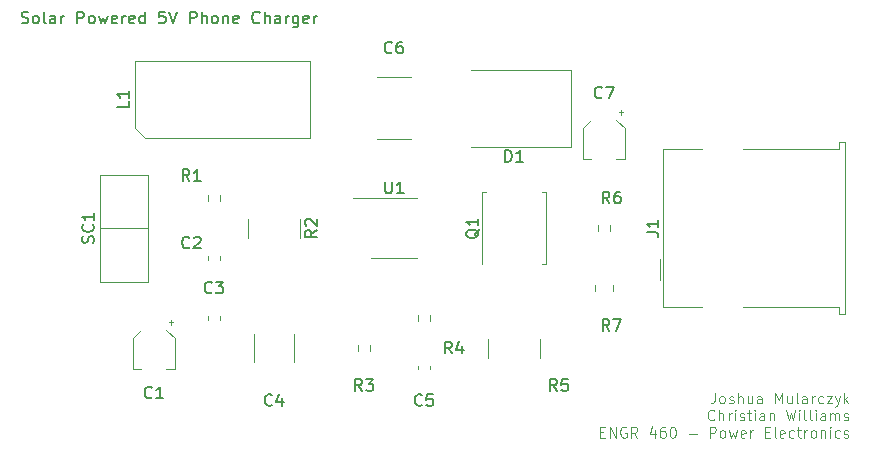
<source format=gbr>
%TF.GenerationSoftware,KiCad,Pcbnew,(6.0.4)*%
%TF.CreationDate,2022-04-27T00:59:47-07:00*%
%TF.ProjectId,SolarChargerV2,536f6c61-7243-4686-9172-67657256322e,rev?*%
%TF.SameCoordinates,Original*%
%TF.FileFunction,Legend,Top*%
%TF.FilePolarity,Positive*%
%FSLAX46Y46*%
G04 Gerber Fmt 4.6, Leading zero omitted, Abs format (unit mm)*
G04 Created by KiCad (PCBNEW (6.0.4)) date 2022-04-27 00:59:47*
%MOMM*%
%LPD*%
G01*
G04 APERTURE LIST*
%ADD10C,0.150000*%
%ADD11C,0.125000*%
%ADD12C,0.120000*%
G04 APERTURE END LIST*
D10*
X95473809Y-53744761D02*
X95616666Y-53792380D01*
X95854761Y-53792380D01*
X95950000Y-53744761D01*
X95997619Y-53697142D01*
X96045238Y-53601904D01*
X96045238Y-53506666D01*
X95997619Y-53411428D01*
X95950000Y-53363809D01*
X95854761Y-53316190D01*
X95664285Y-53268571D01*
X95569047Y-53220952D01*
X95521428Y-53173333D01*
X95473809Y-53078095D01*
X95473809Y-52982857D01*
X95521428Y-52887619D01*
X95569047Y-52840000D01*
X95664285Y-52792380D01*
X95902380Y-52792380D01*
X96045238Y-52840000D01*
X96616666Y-53792380D02*
X96521428Y-53744761D01*
X96473809Y-53697142D01*
X96426190Y-53601904D01*
X96426190Y-53316190D01*
X96473809Y-53220952D01*
X96521428Y-53173333D01*
X96616666Y-53125714D01*
X96759523Y-53125714D01*
X96854761Y-53173333D01*
X96902380Y-53220952D01*
X96950000Y-53316190D01*
X96950000Y-53601904D01*
X96902380Y-53697142D01*
X96854761Y-53744761D01*
X96759523Y-53792380D01*
X96616666Y-53792380D01*
X97521428Y-53792380D02*
X97426190Y-53744761D01*
X97378571Y-53649523D01*
X97378571Y-52792380D01*
X98330952Y-53792380D02*
X98330952Y-53268571D01*
X98283333Y-53173333D01*
X98188095Y-53125714D01*
X97997619Y-53125714D01*
X97902380Y-53173333D01*
X98330952Y-53744761D02*
X98235714Y-53792380D01*
X97997619Y-53792380D01*
X97902380Y-53744761D01*
X97854761Y-53649523D01*
X97854761Y-53554285D01*
X97902380Y-53459047D01*
X97997619Y-53411428D01*
X98235714Y-53411428D01*
X98330952Y-53363809D01*
X98807142Y-53792380D02*
X98807142Y-53125714D01*
X98807142Y-53316190D02*
X98854761Y-53220952D01*
X98902380Y-53173333D01*
X98997619Y-53125714D01*
X99092857Y-53125714D01*
X100188095Y-53792380D02*
X100188095Y-52792380D01*
X100569047Y-52792380D01*
X100664285Y-52840000D01*
X100711904Y-52887619D01*
X100759523Y-52982857D01*
X100759523Y-53125714D01*
X100711904Y-53220952D01*
X100664285Y-53268571D01*
X100569047Y-53316190D01*
X100188095Y-53316190D01*
X101330952Y-53792380D02*
X101235714Y-53744761D01*
X101188095Y-53697142D01*
X101140476Y-53601904D01*
X101140476Y-53316190D01*
X101188095Y-53220952D01*
X101235714Y-53173333D01*
X101330952Y-53125714D01*
X101473809Y-53125714D01*
X101569047Y-53173333D01*
X101616666Y-53220952D01*
X101664285Y-53316190D01*
X101664285Y-53601904D01*
X101616666Y-53697142D01*
X101569047Y-53744761D01*
X101473809Y-53792380D01*
X101330952Y-53792380D01*
X101997619Y-53125714D02*
X102188095Y-53792380D01*
X102378571Y-53316190D01*
X102569047Y-53792380D01*
X102759523Y-53125714D01*
X103521428Y-53744761D02*
X103426190Y-53792380D01*
X103235714Y-53792380D01*
X103140476Y-53744761D01*
X103092857Y-53649523D01*
X103092857Y-53268571D01*
X103140476Y-53173333D01*
X103235714Y-53125714D01*
X103426190Y-53125714D01*
X103521428Y-53173333D01*
X103569047Y-53268571D01*
X103569047Y-53363809D01*
X103092857Y-53459047D01*
X103997619Y-53792380D02*
X103997619Y-53125714D01*
X103997619Y-53316190D02*
X104045238Y-53220952D01*
X104092857Y-53173333D01*
X104188095Y-53125714D01*
X104283333Y-53125714D01*
X104997619Y-53744761D02*
X104902380Y-53792380D01*
X104711904Y-53792380D01*
X104616666Y-53744761D01*
X104569047Y-53649523D01*
X104569047Y-53268571D01*
X104616666Y-53173333D01*
X104711904Y-53125714D01*
X104902380Y-53125714D01*
X104997619Y-53173333D01*
X105045238Y-53268571D01*
X105045238Y-53363809D01*
X104569047Y-53459047D01*
X105902380Y-53792380D02*
X105902380Y-52792380D01*
X105902380Y-53744761D02*
X105807142Y-53792380D01*
X105616666Y-53792380D01*
X105521428Y-53744761D01*
X105473809Y-53697142D01*
X105426190Y-53601904D01*
X105426190Y-53316190D01*
X105473809Y-53220952D01*
X105521428Y-53173333D01*
X105616666Y-53125714D01*
X105807142Y-53125714D01*
X105902380Y-53173333D01*
X107616666Y-52792380D02*
X107140476Y-52792380D01*
X107092857Y-53268571D01*
X107140476Y-53220952D01*
X107235714Y-53173333D01*
X107473809Y-53173333D01*
X107569047Y-53220952D01*
X107616666Y-53268571D01*
X107664285Y-53363809D01*
X107664285Y-53601904D01*
X107616666Y-53697142D01*
X107569047Y-53744761D01*
X107473809Y-53792380D01*
X107235714Y-53792380D01*
X107140476Y-53744761D01*
X107092857Y-53697142D01*
X107950000Y-52792380D02*
X108283333Y-53792380D01*
X108616666Y-52792380D01*
X109711904Y-53792380D02*
X109711904Y-52792380D01*
X110092857Y-52792380D01*
X110188095Y-52840000D01*
X110235714Y-52887619D01*
X110283333Y-52982857D01*
X110283333Y-53125714D01*
X110235714Y-53220952D01*
X110188095Y-53268571D01*
X110092857Y-53316190D01*
X109711904Y-53316190D01*
X110711904Y-53792380D02*
X110711904Y-52792380D01*
X111140476Y-53792380D02*
X111140476Y-53268571D01*
X111092857Y-53173333D01*
X110997619Y-53125714D01*
X110854761Y-53125714D01*
X110759523Y-53173333D01*
X110711904Y-53220952D01*
X111759523Y-53792380D02*
X111664285Y-53744761D01*
X111616666Y-53697142D01*
X111569047Y-53601904D01*
X111569047Y-53316190D01*
X111616666Y-53220952D01*
X111664285Y-53173333D01*
X111759523Y-53125714D01*
X111902380Y-53125714D01*
X111997619Y-53173333D01*
X112045238Y-53220952D01*
X112092857Y-53316190D01*
X112092857Y-53601904D01*
X112045238Y-53697142D01*
X111997619Y-53744761D01*
X111902380Y-53792380D01*
X111759523Y-53792380D01*
X112521428Y-53125714D02*
X112521428Y-53792380D01*
X112521428Y-53220952D02*
X112569047Y-53173333D01*
X112664285Y-53125714D01*
X112807142Y-53125714D01*
X112902380Y-53173333D01*
X112950000Y-53268571D01*
X112950000Y-53792380D01*
X113807142Y-53744761D02*
X113711904Y-53792380D01*
X113521428Y-53792380D01*
X113426190Y-53744761D01*
X113378571Y-53649523D01*
X113378571Y-53268571D01*
X113426190Y-53173333D01*
X113521428Y-53125714D01*
X113711904Y-53125714D01*
X113807142Y-53173333D01*
X113854761Y-53268571D01*
X113854761Y-53363809D01*
X113378571Y-53459047D01*
X115616666Y-53697142D02*
X115569047Y-53744761D01*
X115426190Y-53792380D01*
X115330952Y-53792380D01*
X115188095Y-53744761D01*
X115092857Y-53649523D01*
X115045238Y-53554285D01*
X114997619Y-53363809D01*
X114997619Y-53220952D01*
X115045238Y-53030476D01*
X115092857Y-52935238D01*
X115188095Y-52840000D01*
X115330952Y-52792380D01*
X115426190Y-52792380D01*
X115569047Y-52840000D01*
X115616666Y-52887619D01*
X116045238Y-53792380D02*
X116045238Y-52792380D01*
X116473809Y-53792380D02*
X116473809Y-53268571D01*
X116426190Y-53173333D01*
X116330952Y-53125714D01*
X116188095Y-53125714D01*
X116092857Y-53173333D01*
X116045238Y-53220952D01*
X117378571Y-53792380D02*
X117378571Y-53268571D01*
X117330952Y-53173333D01*
X117235714Y-53125714D01*
X117045238Y-53125714D01*
X116949999Y-53173333D01*
X117378571Y-53744761D02*
X117283333Y-53792380D01*
X117045238Y-53792380D01*
X116949999Y-53744761D01*
X116902380Y-53649523D01*
X116902380Y-53554285D01*
X116949999Y-53459047D01*
X117045238Y-53411428D01*
X117283333Y-53411428D01*
X117378571Y-53363809D01*
X117854761Y-53792380D02*
X117854761Y-53125714D01*
X117854761Y-53316190D02*
X117902380Y-53220952D01*
X117949999Y-53173333D01*
X118045238Y-53125714D01*
X118140476Y-53125714D01*
X118902380Y-53125714D02*
X118902380Y-53935238D01*
X118854761Y-54030476D01*
X118807142Y-54078095D01*
X118711904Y-54125714D01*
X118569047Y-54125714D01*
X118473809Y-54078095D01*
X118902380Y-53744761D02*
X118807142Y-53792380D01*
X118616666Y-53792380D01*
X118521428Y-53744761D01*
X118473809Y-53697142D01*
X118426190Y-53601904D01*
X118426190Y-53316190D01*
X118473809Y-53220952D01*
X118521428Y-53173333D01*
X118616666Y-53125714D01*
X118807142Y-53125714D01*
X118902380Y-53173333D01*
X119759523Y-53744761D02*
X119664285Y-53792380D01*
X119473809Y-53792380D01*
X119378571Y-53744761D01*
X119330952Y-53649523D01*
X119330952Y-53268571D01*
X119378571Y-53173333D01*
X119473809Y-53125714D01*
X119664285Y-53125714D01*
X119759523Y-53173333D01*
X119807142Y-53268571D01*
X119807142Y-53363809D01*
X119330952Y-53459047D01*
X120235714Y-53792380D02*
X120235714Y-53125714D01*
X120235714Y-53316190D02*
X120283333Y-53220952D01*
X120330952Y-53173333D01*
X120426190Y-53125714D01*
X120521428Y-53125714D01*
D11*
X154168035Y-85053142D02*
X154168035Y-85696000D01*
X154125178Y-85824571D01*
X154039464Y-85910285D01*
X153910892Y-85953142D01*
X153825178Y-85953142D01*
X154725178Y-85953142D02*
X154639464Y-85910285D01*
X154596607Y-85867428D01*
X154553750Y-85781714D01*
X154553750Y-85524571D01*
X154596607Y-85438857D01*
X154639464Y-85396000D01*
X154725178Y-85353142D01*
X154853750Y-85353142D01*
X154939464Y-85396000D01*
X154982321Y-85438857D01*
X155025178Y-85524571D01*
X155025178Y-85781714D01*
X154982321Y-85867428D01*
X154939464Y-85910285D01*
X154853750Y-85953142D01*
X154725178Y-85953142D01*
X155368035Y-85910285D02*
X155453750Y-85953142D01*
X155625178Y-85953142D01*
X155710892Y-85910285D01*
X155753750Y-85824571D01*
X155753750Y-85781714D01*
X155710892Y-85696000D01*
X155625178Y-85653142D01*
X155496607Y-85653142D01*
X155410892Y-85610285D01*
X155368035Y-85524571D01*
X155368035Y-85481714D01*
X155410892Y-85396000D01*
X155496607Y-85353142D01*
X155625178Y-85353142D01*
X155710892Y-85396000D01*
X156139464Y-85953142D02*
X156139464Y-85053142D01*
X156525178Y-85953142D02*
X156525178Y-85481714D01*
X156482321Y-85396000D01*
X156396607Y-85353142D01*
X156268035Y-85353142D01*
X156182321Y-85396000D01*
X156139464Y-85438857D01*
X157339464Y-85353142D02*
X157339464Y-85953142D01*
X156953750Y-85353142D02*
X156953750Y-85824571D01*
X156996607Y-85910285D01*
X157082321Y-85953142D01*
X157210892Y-85953142D01*
X157296607Y-85910285D01*
X157339464Y-85867428D01*
X158153750Y-85953142D02*
X158153750Y-85481714D01*
X158110892Y-85396000D01*
X158025178Y-85353142D01*
X157853750Y-85353142D01*
X157768035Y-85396000D01*
X158153750Y-85910285D02*
X158068035Y-85953142D01*
X157853750Y-85953142D01*
X157768035Y-85910285D01*
X157725178Y-85824571D01*
X157725178Y-85738857D01*
X157768035Y-85653142D01*
X157853750Y-85610285D01*
X158068035Y-85610285D01*
X158153750Y-85567428D01*
X159268035Y-85953142D02*
X159268035Y-85053142D01*
X159568035Y-85696000D01*
X159868035Y-85053142D01*
X159868035Y-85953142D01*
X160682321Y-85353142D02*
X160682321Y-85953142D01*
X160296607Y-85353142D02*
X160296607Y-85824571D01*
X160339464Y-85910285D01*
X160425178Y-85953142D01*
X160553750Y-85953142D01*
X160639464Y-85910285D01*
X160682321Y-85867428D01*
X161239464Y-85953142D02*
X161153750Y-85910285D01*
X161110892Y-85824571D01*
X161110892Y-85053142D01*
X161968035Y-85953142D02*
X161968035Y-85481714D01*
X161925178Y-85396000D01*
X161839464Y-85353142D01*
X161668035Y-85353142D01*
X161582321Y-85396000D01*
X161968035Y-85910285D02*
X161882321Y-85953142D01*
X161668035Y-85953142D01*
X161582321Y-85910285D01*
X161539464Y-85824571D01*
X161539464Y-85738857D01*
X161582321Y-85653142D01*
X161668035Y-85610285D01*
X161882321Y-85610285D01*
X161968035Y-85567428D01*
X162396607Y-85953142D02*
X162396607Y-85353142D01*
X162396607Y-85524571D02*
X162439464Y-85438857D01*
X162482321Y-85396000D01*
X162568035Y-85353142D01*
X162653750Y-85353142D01*
X163339464Y-85910285D02*
X163253750Y-85953142D01*
X163082321Y-85953142D01*
X162996607Y-85910285D01*
X162953750Y-85867428D01*
X162910892Y-85781714D01*
X162910892Y-85524571D01*
X162953750Y-85438857D01*
X162996607Y-85396000D01*
X163082321Y-85353142D01*
X163253750Y-85353142D01*
X163339464Y-85396000D01*
X163639464Y-85353142D02*
X164110892Y-85353142D01*
X163639464Y-85953142D01*
X164110892Y-85953142D01*
X164368035Y-85353142D02*
X164582321Y-85953142D01*
X164796607Y-85353142D02*
X164582321Y-85953142D01*
X164496607Y-86167428D01*
X164453750Y-86210285D01*
X164368035Y-86253142D01*
X165139464Y-85953142D02*
X165139464Y-85053142D01*
X165225178Y-85610285D02*
X165482321Y-85953142D01*
X165482321Y-85353142D02*
X165139464Y-85696000D01*
X154125178Y-87316428D02*
X154082321Y-87359285D01*
X153953750Y-87402142D01*
X153868035Y-87402142D01*
X153739464Y-87359285D01*
X153653750Y-87273571D01*
X153610892Y-87187857D01*
X153568035Y-87016428D01*
X153568035Y-86887857D01*
X153610892Y-86716428D01*
X153653750Y-86630714D01*
X153739464Y-86545000D01*
X153868035Y-86502142D01*
X153953750Y-86502142D01*
X154082321Y-86545000D01*
X154125178Y-86587857D01*
X154510892Y-87402142D02*
X154510892Y-86502142D01*
X154896607Y-87402142D02*
X154896607Y-86930714D01*
X154853750Y-86845000D01*
X154768035Y-86802142D01*
X154639464Y-86802142D01*
X154553750Y-86845000D01*
X154510892Y-86887857D01*
X155325178Y-87402142D02*
X155325178Y-86802142D01*
X155325178Y-86973571D02*
X155368035Y-86887857D01*
X155410892Y-86845000D01*
X155496607Y-86802142D01*
X155582321Y-86802142D01*
X155882321Y-87402142D02*
X155882321Y-86802142D01*
X155882321Y-86502142D02*
X155839464Y-86545000D01*
X155882321Y-86587857D01*
X155925178Y-86545000D01*
X155882321Y-86502142D01*
X155882321Y-86587857D01*
X156268035Y-87359285D02*
X156353750Y-87402142D01*
X156525178Y-87402142D01*
X156610892Y-87359285D01*
X156653750Y-87273571D01*
X156653750Y-87230714D01*
X156610892Y-87145000D01*
X156525178Y-87102142D01*
X156396607Y-87102142D01*
X156310892Y-87059285D01*
X156268035Y-86973571D01*
X156268035Y-86930714D01*
X156310892Y-86845000D01*
X156396607Y-86802142D01*
X156525178Y-86802142D01*
X156610892Y-86845000D01*
X156910892Y-86802142D02*
X157253750Y-86802142D01*
X157039464Y-86502142D02*
X157039464Y-87273571D01*
X157082321Y-87359285D01*
X157168035Y-87402142D01*
X157253750Y-87402142D01*
X157553750Y-87402142D02*
X157553750Y-86802142D01*
X157553750Y-86502142D02*
X157510892Y-86545000D01*
X157553750Y-86587857D01*
X157596607Y-86545000D01*
X157553750Y-86502142D01*
X157553750Y-86587857D01*
X158368035Y-87402142D02*
X158368035Y-86930714D01*
X158325178Y-86845000D01*
X158239464Y-86802142D01*
X158068035Y-86802142D01*
X157982321Y-86845000D01*
X158368035Y-87359285D02*
X158282321Y-87402142D01*
X158068035Y-87402142D01*
X157982321Y-87359285D01*
X157939464Y-87273571D01*
X157939464Y-87187857D01*
X157982321Y-87102142D01*
X158068035Y-87059285D01*
X158282321Y-87059285D01*
X158368035Y-87016428D01*
X158796607Y-86802142D02*
X158796607Y-87402142D01*
X158796607Y-86887857D02*
X158839464Y-86845000D01*
X158925178Y-86802142D01*
X159053750Y-86802142D01*
X159139464Y-86845000D01*
X159182321Y-86930714D01*
X159182321Y-87402142D01*
X160210892Y-86502142D02*
X160425178Y-87402142D01*
X160596607Y-86759285D01*
X160768035Y-87402142D01*
X160982321Y-86502142D01*
X161325178Y-87402142D02*
X161325178Y-86802142D01*
X161325178Y-86502142D02*
X161282321Y-86545000D01*
X161325178Y-86587857D01*
X161368035Y-86545000D01*
X161325178Y-86502142D01*
X161325178Y-86587857D01*
X161882321Y-87402142D02*
X161796607Y-87359285D01*
X161753750Y-87273571D01*
X161753750Y-86502142D01*
X162353750Y-87402142D02*
X162268035Y-87359285D01*
X162225178Y-87273571D01*
X162225178Y-86502142D01*
X162696607Y-87402142D02*
X162696607Y-86802142D01*
X162696607Y-86502142D02*
X162653750Y-86545000D01*
X162696607Y-86587857D01*
X162739464Y-86545000D01*
X162696607Y-86502142D01*
X162696607Y-86587857D01*
X163510892Y-87402142D02*
X163510892Y-86930714D01*
X163468035Y-86845000D01*
X163382321Y-86802142D01*
X163210892Y-86802142D01*
X163125178Y-86845000D01*
X163510892Y-87359285D02*
X163425178Y-87402142D01*
X163210892Y-87402142D01*
X163125178Y-87359285D01*
X163082321Y-87273571D01*
X163082321Y-87187857D01*
X163125178Y-87102142D01*
X163210892Y-87059285D01*
X163425178Y-87059285D01*
X163510892Y-87016428D01*
X163939464Y-87402142D02*
X163939464Y-86802142D01*
X163939464Y-86887857D02*
X163982321Y-86845000D01*
X164068035Y-86802142D01*
X164196607Y-86802142D01*
X164282321Y-86845000D01*
X164325178Y-86930714D01*
X164325178Y-87402142D01*
X164325178Y-86930714D02*
X164368035Y-86845000D01*
X164453750Y-86802142D01*
X164582321Y-86802142D01*
X164668035Y-86845000D01*
X164710892Y-86930714D01*
X164710892Y-87402142D01*
X165096607Y-87359285D02*
X165182321Y-87402142D01*
X165353750Y-87402142D01*
X165439464Y-87359285D01*
X165482321Y-87273571D01*
X165482321Y-87230714D01*
X165439464Y-87145000D01*
X165353750Y-87102142D01*
X165225178Y-87102142D01*
X165139464Y-87059285D01*
X165096607Y-86973571D01*
X165096607Y-86930714D01*
X165139464Y-86845000D01*
X165225178Y-86802142D01*
X165353750Y-86802142D01*
X165439464Y-86845000D01*
X144439464Y-88379714D02*
X144739464Y-88379714D01*
X144868035Y-88851142D02*
X144439464Y-88851142D01*
X144439464Y-87951142D01*
X144868035Y-87951142D01*
X145253750Y-88851142D02*
X145253750Y-87951142D01*
X145768035Y-88851142D01*
X145768035Y-87951142D01*
X146668035Y-87994000D02*
X146582321Y-87951142D01*
X146453750Y-87951142D01*
X146325178Y-87994000D01*
X146239464Y-88079714D01*
X146196607Y-88165428D01*
X146153750Y-88336857D01*
X146153750Y-88465428D01*
X146196607Y-88636857D01*
X146239464Y-88722571D01*
X146325178Y-88808285D01*
X146453750Y-88851142D01*
X146539464Y-88851142D01*
X146668035Y-88808285D01*
X146710892Y-88765428D01*
X146710892Y-88465428D01*
X146539464Y-88465428D01*
X147610892Y-88851142D02*
X147310892Y-88422571D01*
X147096607Y-88851142D02*
X147096607Y-87951142D01*
X147439464Y-87951142D01*
X147525178Y-87994000D01*
X147568035Y-88036857D01*
X147610892Y-88122571D01*
X147610892Y-88251142D01*
X147568035Y-88336857D01*
X147525178Y-88379714D01*
X147439464Y-88422571D01*
X147096607Y-88422571D01*
X149068035Y-88251142D02*
X149068035Y-88851142D01*
X148853750Y-87908285D02*
X148639464Y-88551142D01*
X149196607Y-88551142D01*
X149925178Y-87951142D02*
X149753750Y-87951142D01*
X149668035Y-87994000D01*
X149625178Y-88036857D01*
X149539464Y-88165428D01*
X149496607Y-88336857D01*
X149496607Y-88679714D01*
X149539464Y-88765428D01*
X149582321Y-88808285D01*
X149668035Y-88851142D01*
X149839464Y-88851142D01*
X149925178Y-88808285D01*
X149968035Y-88765428D01*
X150010892Y-88679714D01*
X150010892Y-88465428D01*
X149968035Y-88379714D01*
X149925178Y-88336857D01*
X149839464Y-88294000D01*
X149668035Y-88294000D01*
X149582321Y-88336857D01*
X149539464Y-88379714D01*
X149496607Y-88465428D01*
X150568035Y-87951142D02*
X150653750Y-87951142D01*
X150739464Y-87994000D01*
X150782321Y-88036857D01*
X150825178Y-88122571D01*
X150868035Y-88294000D01*
X150868035Y-88508285D01*
X150825178Y-88679714D01*
X150782321Y-88765428D01*
X150739464Y-88808285D01*
X150653750Y-88851142D01*
X150568035Y-88851142D01*
X150482321Y-88808285D01*
X150439464Y-88765428D01*
X150396607Y-88679714D01*
X150353750Y-88508285D01*
X150353750Y-88294000D01*
X150396607Y-88122571D01*
X150439464Y-88036857D01*
X150482321Y-87994000D01*
X150568035Y-87951142D01*
X151939464Y-88508285D02*
X152625178Y-88508285D01*
X153739464Y-88851142D02*
X153739464Y-87951142D01*
X154082321Y-87951142D01*
X154168035Y-87994000D01*
X154210892Y-88036857D01*
X154253750Y-88122571D01*
X154253750Y-88251142D01*
X154210892Y-88336857D01*
X154168035Y-88379714D01*
X154082321Y-88422571D01*
X153739464Y-88422571D01*
X154768035Y-88851142D02*
X154682321Y-88808285D01*
X154639464Y-88765428D01*
X154596607Y-88679714D01*
X154596607Y-88422571D01*
X154639464Y-88336857D01*
X154682321Y-88294000D01*
X154768035Y-88251142D01*
X154896607Y-88251142D01*
X154982321Y-88294000D01*
X155025178Y-88336857D01*
X155068035Y-88422571D01*
X155068035Y-88679714D01*
X155025178Y-88765428D01*
X154982321Y-88808285D01*
X154896607Y-88851142D01*
X154768035Y-88851142D01*
X155368035Y-88251142D02*
X155539464Y-88851142D01*
X155710892Y-88422571D01*
X155882321Y-88851142D01*
X156053750Y-88251142D01*
X156739464Y-88808285D02*
X156653750Y-88851142D01*
X156482321Y-88851142D01*
X156396607Y-88808285D01*
X156353750Y-88722571D01*
X156353750Y-88379714D01*
X156396607Y-88294000D01*
X156482321Y-88251142D01*
X156653750Y-88251142D01*
X156739464Y-88294000D01*
X156782321Y-88379714D01*
X156782321Y-88465428D01*
X156353750Y-88551142D01*
X157168035Y-88851142D02*
X157168035Y-88251142D01*
X157168035Y-88422571D02*
X157210892Y-88336857D01*
X157253750Y-88294000D01*
X157339464Y-88251142D01*
X157425178Y-88251142D01*
X158410892Y-88379714D02*
X158710892Y-88379714D01*
X158839464Y-88851142D02*
X158410892Y-88851142D01*
X158410892Y-87951142D01*
X158839464Y-87951142D01*
X159353750Y-88851142D02*
X159268035Y-88808285D01*
X159225178Y-88722571D01*
X159225178Y-87951142D01*
X160039464Y-88808285D02*
X159953750Y-88851142D01*
X159782321Y-88851142D01*
X159696607Y-88808285D01*
X159653750Y-88722571D01*
X159653750Y-88379714D01*
X159696607Y-88294000D01*
X159782321Y-88251142D01*
X159953750Y-88251142D01*
X160039464Y-88294000D01*
X160082321Y-88379714D01*
X160082321Y-88465428D01*
X159653750Y-88551142D01*
X160853750Y-88808285D02*
X160768035Y-88851142D01*
X160596607Y-88851142D01*
X160510892Y-88808285D01*
X160468035Y-88765428D01*
X160425178Y-88679714D01*
X160425178Y-88422571D01*
X160468035Y-88336857D01*
X160510892Y-88294000D01*
X160596607Y-88251142D01*
X160768035Y-88251142D01*
X160853750Y-88294000D01*
X161110892Y-88251142D02*
X161453750Y-88251142D01*
X161239464Y-87951142D02*
X161239464Y-88722571D01*
X161282321Y-88808285D01*
X161368035Y-88851142D01*
X161453750Y-88851142D01*
X161753750Y-88851142D02*
X161753750Y-88251142D01*
X161753750Y-88422571D02*
X161796607Y-88336857D01*
X161839464Y-88294000D01*
X161925178Y-88251142D01*
X162010892Y-88251142D01*
X162439464Y-88851142D02*
X162353750Y-88808285D01*
X162310892Y-88765428D01*
X162268035Y-88679714D01*
X162268035Y-88422571D01*
X162310892Y-88336857D01*
X162353750Y-88294000D01*
X162439464Y-88251142D01*
X162568035Y-88251142D01*
X162653750Y-88294000D01*
X162696607Y-88336857D01*
X162739464Y-88422571D01*
X162739464Y-88679714D01*
X162696607Y-88765428D01*
X162653750Y-88808285D01*
X162568035Y-88851142D01*
X162439464Y-88851142D01*
X163125178Y-88251142D02*
X163125178Y-88851142D01*
X163125178Y-88336857D02*
X163168035Y-88294000D01*
X163253750Y-88251142D01*
X163382321Y-88251142D01*
X163468035Y-88294000D01*
X163510892Y-88379714D01*
X163510892Y-88851142D01*
X163939464Y-88851142D02*
X163939464Y-88251142D01*
X163939464Y-87951142D02*
X163896607Y-87994000D01*
X163939464Y-88036857D01*
X163982321Y-87994000D01*
X163939464Y-87951142D01*
X163939464Y-88036857D01*
X164753750Y-88808285D02*
X164668035Y-88851142D01*
X164496607Y-88851142D01*
X164410892Y-88808285D01*
X164368035Y-88765428D01*
X164325178Y-88679714D01*
X164325178Y-88422571D01*
X164368035Y-88336857D01*
X164410892Y-88294000D01*
X164496607Y-88251142D01*
X164668035Y-88251142D01*
X164753750Y-88294000D01*
X165096607Y-88808285D02*
X165182321Y-88851142D01*
X165353750Y-88851142D01*
X165439464Y-88808285D01*
X165482321Y-88722571D01*
X165482321Y-88679714D01*
X165439464Y-88594000D01*
X165353750Y-88551142D01*
X165225178Y-88551142D01*
X165139464Y-88508285D01*
X165096607Y-88422571D01*
X165096607Y-88379714D01*
X165139464Y-88294000D01*
X165225178Y-88251142D01*
X165353750Y-88251142D01*
X165439464Y-88294000D01*
D10*
%TO.C,D1*%
X136421904Y-65512380D02*
X136421904Y-64512380D01*
X136660000Y-64512380D01*
X136802857Y-64560000D01*
X136898095Y-64655238D01*
X136945714Y-64750476D01*
X136993333Y-64940952D01*
X136993333Y-65083809D01*
X136945714Y-65274285D01*
X136898095Y-65369523D01*
X136802857Y-65464761D01*
X136660000Y-65512380D01*
X136421904Y-65512380D01*
X137945714Y-65512380D02*
X137374285Y-65512380D01*
X137660000Y-65512380D02*
X137660000Y-64512380D01*
X137564761Y-64655238D01*
X137469523Y-64750476D01*
X137374285Y-64798095D01*
%TO.C,SC1*%
X101544761Y-72381904D02*
X101592380Y-72239047D01*
X101592380Y-72000952D01*
X101544761Y-71905714D01*
X101497142Y-71858095D01*
X101401904Y-71810476D01*
X101306666Y-71810476D01*
X101211428Y-71858095D01*
X101163809Y-71905714D01*
X101116190Y-72000952D01*
X101068571Y-72191428D01*
X101020952Y-72286666D01*
X100973333Y-72334285D01*
X100878095Y-72381904D01*
X100782857Y-72381904D01*
X100687619Y-72334285D01*
X100640000Y-72286666D01*
X100592380Y-72191428D01*
X100592380Y-71953333D01*
X100640000Y-71810476D01*
X101497142Y-70810476D02*
X101544761Y-70858095D01*
X101592380Y-71000952D01*
X101592380Y-71096190D01*
X101544761Y-71239047D01*
X101449523Y-71334285D01*
X101354285Y-71381904D01*
X101163809Y-71429523D01*
X101020952Y-71429523D01*
X100830476Y-71381904D01*
X100735238Y-71334285D01*
X100640000Y-71239047D01*
X100592380Y-71096190D01*
X100592380Y-71000952D01*
X100640000Y-70858095D01*
X100687619Y-70810476D01*
X101592380Y-69858095D02*
X101592380Y-70429523D01*
X101592380Y-70143809D02*
X100592380Y-70143809D01*
X100735238Y-70239047D01*
X100830476Y-70334285D01*
X100878095Y-70429523D01*
%TO.C,U1*%
X126238095Y-67172380D02*
X126238095Y-67981904D01*
X126285714Y-68077142D01*
X126333333Y-68124761D01*
X126428571Y-68172380D01*
X126619047Y-68172380D01*
X126714285Y-68124761D01*
X126761904Y-68077142D01*
X126809523Y-67981904D01*
X126809523Y-67172380D01*
X127809523Y-68172380D02*
X127238095Y-68172380D01*
X127523809Y-68172380D02*
X127523809Y-67172380D01*
X127428571Y-67315238D01*
X127333333Y-67410476D01*
X127238095Y-67458095D01*
%TO.C,L1*%
X104552380Y-60366666D02*
X104552380Y-60842857D01*
X103552380Y-60842857D01*
X104552380Y-59509523D02*
X104552380Y-60080952D01*
X104552380Y-59795238D02*
X103552380Y-59795238D01*
X103695238Y-59890476D01*
X103790476Y-59985714D01*
X103838095Y-60080952D01*
%TO.C,R2*%
X120472380Y-71286666D02*
X119996190Y-71620000D01*
X120472380Y-71858095D02*
X119472380Y-71858095D01*
X119472380Y-71477142D01*
X119520000Y-71381904D01*
X119567619Y-71334285D01*
X119662857Y-71286666D01*
X119805714Y-71286666D01*
X119900952Y-71334285D01*
X119948571Y-71381904D01*
X119996190Y-71477142D01*
X119996190Y-71858095D01*
X119567619Y-70905714D02*
X119520000Y-70858095D01*
X119472380Y-70762857D01*
X119472380Y-70524761D01*
X119520000Y-70429523D01*
X119567619Y-70381904D01*
X119662857Y-70334285D01*
X119758095Y-70334285D01*
X119900952Y-70381904D01*
X120472380Y-70953333D01*
X120472380Y-70334285D01*
%TO.C,R3*%
X124293333Y-84907380D02*
X123960000Y-84431190D01*
X123721904Y-84907380D02*
X123721904Y-83907380D01*
X124102857Y-83907380D01*
X124198095Y-83955000D01*
X124245714Y-84002619D01*
X124293333Y-84097857D01*
X124293333Y-84240714D01*
X124245714Y-84335952D01*
X124198095Y-84383571D01*
X124102857Y-84431190D01*
X123721904Y-84431190D01*
X124626666Y-83907380D02*
X125245714Y-83907380D01*
X124912380Y-84288333D01*
X125055238Y-84288333D01*
X125150476Y-84335952D01*
X125198095Y-84383571D01*
X125245714Y-84478809D01*
X125245714Y-84716904D01*
X125198095Y-84812142D01*
X125150476Y-84859761D01*
X125055238Y-84907380D01*
X124769523Y-84907380D01*
X124674285Y-84859761D01*
X124626666Y-84812142D01*
%TO.C,C6*%
X126833333Y-56237142D02*
X126785714Y-56284761D01*
X126642857Y-56332380D01*
X126547619Y-56332380D01*
X126404761Y-56284761D01*
X126309523Y-56189523D01*
X126261904Y-56094285D01*
X126214285Y-55903809D01*
X126214285Y-55760952D01*
X126261904Y-55570476D01*
X126309523Y-55475238D01*
X126404761Y-55380000D01*
X126547619Y-55332380D01*
X126642857Y-55332380D01*
X126785714Y-55380000D01*
X126833333Y-55427619D01*
X127690476Y-55332380D02*
X127500000Y-55332380D01*
X127404761Y-55380000D01*
X127357142Y-55427619D01*
X127261904Y-55570476D01*
X127214285Y-55760952D01*
X127214285Y-56141904D01*
X127261904Y-56237142D01*
X127309523Y-56284761D01*
X127404761Y-56332380D01*
X127595238Y-56332380D01*
X127690476Y-56284761D01*
X127738095Y-56237142D01*
X127785714Y-56141904D01*
X127785714Y-55903809D01*
X127738095Y-55808571D01*
X127690476Y-55760952D01*
X127595238Y-55713333D01*
X127404761Y-55713333D01*
X127309523Y-55760952D01*
X127261904Y-55808571D01*
X127214285Y-55903809D01*
%TO.C,R4*%
X131913333Y-81732380D02*
X131580000Y-81256190D01*
X131341904Y-81732380D02*
X131341904Y-80732380D01*
X131722857Y-80732380D01*
X131818095Y-80780000D01*
X131865714Y-80827619D01*
X131913333Y-80922857D01*
X131913333Y-81065714D01*
X131865714Y-81160952D01*
X131818095Y-81208571D01*
X131722857Y-81256190D01*
X131341904Y-81256190D01*
X132770476Y-81065714D02*
X132770476Y-81732380D01*
X132532380Y-80684761D02*
X132294285Y-81399047D01*
X132913333Y-81399047D01*
%TO.C,C3*%
X111593333Y-76557142D02*
X111545714Y-76604761D01*
X111402857Y-76652380D01*
X111307619Y-76652380D01*
X111164761Y-76604761D01*
X111069523Y-76509523D01*
X111021904Y-76414285D01*
X110974285Y-76223809D01*
X110974285Y-76080952D01*
X111021904Y-75890476D01*
X111069523Y-75795238D01*
X111164761Y-75700000D01*
X111307619Y-75652380D01*
X111402857Y-75652380D01*
X111545714Y-75700000D01*
X111593333Y-75747619D01*
X111926666Y-75652380D02*
X112545714Y-75652380D01*
X112212380Y-76033333D01*
X112355238Y-76033333D01*
X112450476Y-76080952D01*
X112498095Y-76128571D01*
X112545714Y-76223809D01*
X112545714Y-76461904D01*
X112498095Y-76557142D01*
X112450476Y-76604761D01*
X112355238Y-76652380D01*
X112069523Y-76652380D01*
X111974285Y-76604761D01*
X111926666Y-76557142D01*
%TO.C,C2*%
X109688333Y-72747142D02*
X109640714Y-72794761D01*
X109497857Y-72842380D01*
X109402619Y-72842380D01*
X109259761Y-72794761D01*
X109164523Y-72699523D01*
X109116904Y-72604285D01*
X109069285Y-72413809D01*
X109069285Y-72270952D01*
X109116904Y-72080476D01*
X109164523Y-71985238D01*
X109259761Y-71890000D01*
X109402619Y-71842380D01*
X109497857Y-71842380D01*
X109640714Y-71890000D01*
X109688333Y-71937619D01*
X110069285Y-71937619D02*
X110116904Y-71890000D01*
X110212142Y-71842380D01*
X110450238Y-71842380D01*
X110545476Y-71890000D01*
X110593095Y-71937619D01*
X110640714Y-72032857D01*
X110640714Y-72128095D01*
X110593095Y-72270952D01*
X110021666Y-72842380D01*
X110640714Y-72842380D01*
%TO.C,R1*%
X109688333Y-67127380D02*
X109355000Y-66651190D01*
X109116904Y-67127380D02*
X109116904Y-66127380D01*
X109497857Y-66127380D01*
X109593095Y-66175000D01*
X109640714Y-66222619D01*
X109688333Y-66317857D01*
X109688333Y-66460714D01*
X109640714Y-66555952D01*
X109593095Y-66603571D01*
X109497857Y-66651190D01*
X109116904Y-66651190D01*
X110640714Y-67127380D02*
X110069285Y-67127380D01*
X110355000Y-67127380D02*
X110355000Y-66127380D01*
X110259761Y-66270238D01*
X110164523Y-66365476D01*
X110069285Y-66413095D01*
%TO.C,R6*%
X145248333Y-69032380D02*
X144915000Y-68556190D01*
X144676904Y-69032380D02*
X144676904Y-68032380D01*
X145057857Y-68032380D01*
X145153095Y-68080000D01*
X145200714Y-68127619D01*
X145248333Y-68222857D01*
X145248333Y-68365714D01*
X145200714Y-68460952D01*
X145153095Y-68508571D01*
X145057857Y-68556190D01*
X144676904Y-68556190D01*
X146105476Y-68032380D02*
X145915000Y-68032380D01*
X145819761Y-68080000D01*
X145772142Y-68127619D01*
X145676904Y-68270476D01*
X145629285Y-68460952D01*
X145629285Y-68841904D01*
X145676904Y-68937142D01*
X145724523Y-68984761D01*
X145819761Y-69032380D01*
X146010238Y-69032380D01*
X146105476Y-68984761D01*
X146153095Y-68937142D01*
X146200714Y-68841904D01*
X146200714Y-68603809D01*
X146153095Y-68508571D01*
X146105476Y-68460952D01*
X146010238Y-68413333D01*
X145819761Y-68413333D01*
X145724523Y-68460952D01*
X145676904Y-68508571D01*
X145629285Y-68603809D01*
%TO.C,C1*%
X106513333Y-85447142D02*
X106465714Y-85494761D01*
X106322857Y-85542380D01*
X106227619Y-85542380D01*
X106084761Y-85494761D01*
X105989523Y-85399523D01*
X105941904Y-85304285D01*
X105894285Y-85113809D01*
X105894285Y-84970952D01*
X105941904Y-84780476D01*
X105989523Y-84685238D01*
X106084761Y-84590000D01*
X106227619Y-84542380D01*
X106322857Y-84542380D01*
X106465714Y-84590000D01*
X106513333Y-84637619D01*
X107465714Y-85542380D02*
X106894285Y-85542380D01*
X107180000Y-85542380D02*
X107180000Y-84542380D01*
X107084761Y-84685238D01*
X106989523Y-84780476D01*
X106894285Y-84828095D01*
%TO.C,R7*%
X145248333Y-79827380D02*
X144915000Y-79351190D01*
X144676904Y-79827380D02*
X144676904Y-78827380D01*
X145057857Y-78827380D01*
X145153095Y-78875000D01*
X145200714Y-78922619D01*
X145248333Y-79017857D01*
X145248333Y-79160714D01*
X145200714Y-79255952D01*
X145153095Y-79303571D01*
X145057857Y-79351190D01*
X144676904Y-79351190D01*
X145581666Y-78827380D02*
X146248333Y-78827380D01*
X145819761Y-79827380D01*
%TO.C,Q1*%
X134207619Y-71215238D02*
X134160000Y-71310476D01*
X134064761Y-71405714D01*
X133921904Y-71548571D01*
X133874285Y-71643809D01*
X133874285Y-71739047D01*
X134112380Y-71691428D02*
X134064761Y-71786666D01*
X133969523Y-71881904D01*
X133779047Y-71929523D01*
X133445714Y-71929523D01*
X133255238Y-71881904D01*
X133160000Y-71786666D01*
X133112380Y-71691428D01*
X133112380Y-71500952D01*
X133160000Y-71405714D01*
X133255238Y-71310476D01*
X133445714Y-71262857D01*
X133779047Y-71262857D01*
X133969523Y-71310476D01*
X134064761Y-71405714D01*
X134112380Y-71500952D01*
X134112380Y-71691428D01*
X134112380Y-70310476D02*
X134112380Y-70881904D01*
X134112380Y-70596190D02*
X133112380Y-70596190D01*
X133255238Y-70691428D01*
X133350476Y-70786666D01*
X133398095Y-70881904D01*
%TO.C,J1*%
X148382380Y-71453333D02*
X149096666Y-71453333D01*
X149239523Y-71500952D01*
X149334761Y-71596190D01*
X149382380Y-71739047D01*
X149382380Y-71834285D01*
X149382380Y-70453333D02*
X149382380Y-71024761D01*
X149382380Y-70739047D02*
X148382380Y-70739047D01*
X148525238Y-70834285D01*
X148620476Y-70929523D01*
X148668095Y-71024761D01*
%TO.C,C7*%
X144613333Y-60047142D02*
X144565714Y-60094761D01*
X144422857Y-60142380D01*
X144327619Y-60142380D01*
X144184761Y-60094761D01*
X144089523Y-59999523D01*
X144041904Y-59904285D01*
X143994285Y-59713809D01*
X143994285Y-59570952D01*
X144041904Y-59380476D01*
X144089523Y-59285238D01*
X144184761Y-59190000D01*
X144327619Y-59142380D01*
X144422857Y-59142380D01*
X144565714Y-59190000D01*
X144613333Y-59237619D01*
X144946666Y-59142380D02*
X145613333Y-59142380D01*
X145184761Y-60142380D01*
%TO.C,C5*%
X129373333Y-86082142D02*
X129325714Y-86129761D01*
X129182857Y-86177380D01*
X129087619Y-86177380D01*
X128944761Y-86129761D01*
X128849523Y-86034523D01*
X128801904Y-85939285D01*
X128754285Y-85748809D01*
X128754285Y-85605952D01*
X128801904Y-85415476D01*
X128849523Y-85320238D01*
X128944761Y-85225000D01*
X129087619Y-85177380D01*
X129182857Y-85177380D01*
X129325714Y-85225000D01*
X129373333Y-85272619D01*
X130278095Y-85177380D02*
X129801904Y-85177380D01*
X129754285Y-85653571D01*
X129801904Y-85605952D01*
X129897142Y-85558333D01*
X130135238Y-85558333D01*
X130230476Y-85605952D01*
X130278095Y-85653571D01*
X130325714Y-85748809D01*
X130325714Y-85986904D01*
X130278095Y-86082142D01*
X130230476Y-86129761D01*
X130135238Y-86177380D01*
X129897142Y-86177380D01*
X129801904Y-86129761D01*
X129754285Y-86082142D01*
%TO.C,C4*%
X116673333Y-86082142D02*
X116625714Y-86129761D01*
X116482857Y-86177380D01*
X116387619Y-86177380D01*
X116244761Y-86129761D01*
X116149523Y-86034523D01*
X116101904Y-85939285D01*
X116054285Y-85748809D01*
X116054285Y-85605952D01*
X116101904Y-85415476D01*
X116149523Y-85320238D01*
X116244761Y-85225000D01*
X116387619Y-85177380D01*
X116482857Y-85177380D01*
X116625714Y-85225000D01*
X116673333Y-85272619D01*
X117530476Y-85510714D02*
X117530476Y-86177380D01*
X117292380Y-85129761D02*
X117054285Y-85844047D01*
X117673333Y-85844047D01*
%TO.C,R5*%
X140803333Y-84907380D02*
X140470000Y-84431190D01*
X140231904Y-84907380D02*
X140231904Y-83907380D01*
X140612857Y-83907380D01*
X140708095Y-83955000D01*
X140755714Y-84002619D01*
X140803333Y-84097857D01*
X140803333Y-84240714D01*
X140755714Y-84335952D01*
X140708095Y-84383571D01*
X140612857Y-84431190D01*
X140231904Y-84431190D01*
X141708095Y-83907380D02*
X141231904Y-83907380D01*
X141184285Y-84383571D01*
X141231904Y-84335952D01*
X141327142Y-84288333D01*
X141565238Y-84288333D01*
X141660476Y-84335952D01*
X141708095Y-84383571D01*
X141755714Y-84478809D01*
X141755714Y-84716904D01*
X141708095Y-84812142D01*
X141660476Y-84859761D01*
X141565238Y-84907380D01*
X141327142Y-84907380D01*
X141231904Y-84859761D01*
X141184285Y-84812142D01*
D12*
%TO.C,D1*%
X141960000Y-57710000D02*
X133560000Y-57710000D01*
X141960000Y-57710000D02*
X141960000Y-64210000D01*
X141960000Y-64210000D02*
X133560000Y-64210000D01*
%TO.C,SC1*%
X106140000Y-75660000D02*
X102140000Y-75660000D01*
X106140000Y-71120000D02*
X102140000Y-71120000D01*
X106140000Y-66580000D02*
X106140000Y-75660000D01*
X102140000Y-66580000D02*
X106140000Y-66580000D01*
X102140000Y-75660000D02*
X102140000Y-66580000D01*
%TO.C,U1*%
X127000000Y-73680000D02*
X128950000Y-73680000D01*
X127000000Y-73680000D02*
X125050000Y-73680000D01*
X127000000Y-68560000D02*
X123550000Y-68560000D01*
X127000000Y-68560000D02*
X128950000Y-68560000D01*
%TO.C,L1*%
X105900000Y-63450000D02*
X105100000Y-62650000D01*
X119900000Y-56950000D02*
X119900000Y-63450000D01*
X105100000Y-62650000D02*
X105100000Y-56950000D01*
X119900000Y-63450000D02*
X105900000Y-63450000D01*
X105100000Y-56950000D02*
X119900000Y-56950000D01*
%TO.C,R2*%
X119050000Y-70322631D02*
X119050000Y-71917369D01*
X114630000Y-70322631D02*
X114630000Y-71917369D01*
%TO.C,R3*%
X123937500Y-81025276D02*
X123937500Y-81534724D01*
X124982500Y-81025276D02*
X124982500Y-81534724D01*
%TO.C,C6*%
X125584252Y-63570000D02*
X128415748Y-63570000D01*
X125584252Y-58350000D02*
X128415748Y-58350000D01*
%TO.C,R4*%
X130062500Y-78485276D02*
X130062500Y-78994724D01*
X129017500Y-78485276D02*
X129017500Y-78994724D01*
%TO.C,C3*%
X111250000Y-78593733D02*
X111250000Y-78886267D01*
X112270000Y-78593733D02*
X112270000Y-78886267D01*
%TO.C,C2*%
X112270000Y-73513733D02*
X112270000Y-73806267D01*
X111250000Y-73513733D02*
X111250000Y-73806267D01*
%TO.C,R1*%
X111237500Y-68325276D02*
X111237500Y-68834724D01*
X112282500Y-68325276D02*
X112282500Y-68834724D01*
%TO.C,R6*%
X144257500Y-70865276D02*
X144257500Y-71374724D01*
X145302500Y-70865276D02*
X145302500Y-71374724D01*
%TO.C,C1*%
X107740000Y-79709437D02*
X108440000Y-80409437D01*
X104920000Y-83040000D02*
X105620000Y-83040000D01*
X108302500Y-79092500D02*
X107927500Y-79092500D01*
X105620000Y-79709437D02*
X104920000Y-80409437D01*
X104920000Y-80409437D02*
X104920000Y-83040000D01*
X108440000Y-80409437D02*
X108440000Y-83040000D01*
X108440000Y-83040000D02*
X107740000Y-83040000D01*
X108115000Y-78905000D02*
X108115000Y-79280000D01*
%TO.C,R7*%
X144045000Y-75972936D02*
X144045000Y-76427064D01*
X145515000Y-75972936D02*
X145515000Y-76427064D01*
%TO.C,Q1*%
X139495000Y-74180000D02*
X139845000Y-74180000D01*
X139845000Y-68060000D02*
X139845000Y-74180000D01*
X134775000Y-68060000D02*
X134475000Y-68060000D01*
X134475000Y-68060000D02*
X134475000Y-74180000D01*
X139545000Y-68060000D02*
X139845000Y-68060000D01*
%TO.C,J1*%
X165220000Y-63810000D02*
X164700000Y-63810000D01*
X164700000Y-63810000D02*
X164700000Y-64460000D01*
X164700000Y-77780000D02*
X164700000Y-78430000D01*
X149740000Y-64460000D02*
X153070000Y-64460000D01*
X156590000Y-64460000D02*
X164700000Y-64460000D01*
X149740000Y-77780000D02*
X149740000Y-64460000D01*
X149520000Y-75520000D02*
X149520000Y-73720000D01*
X164700000Y-77780000D02*
X156590000Y-77780000D01*
X149740000Y-77780000D02*
X153070000Y-77780000D01*
X165220000Y-78430000D02*
X165220000Y-63810000D01*
X164700000Y-78430000D02*
X165220000Y-78430000D01*
%TO.C,C7*%
X146402500Y-61312500D02*
X146027500Y-61312500D01*
X146540000Y-62629437D02*
X146540000Y-65260000D01*
X146540000Y-65260000D02*
X145840000Y-65260000D01*
X146215000Y-61125000D02*
X146215000Y-61500000D01*
X145840000Y-61929437D02*
X146540000Y-62629437D01*
X143720000Y-61929437D02*
X143020000Y-62629437D01*
X143020000Y-65260000D02*
X143720000Y-65260000D01*
X143020000Y-62629437D02*
X143020000Y-65260000D01*
%TO.C,C5*%
X129030000Y-82761233D02*
X129030000Y-83053767D01*
X130050000Y-82761233D02*
X130050000Y-83053767D01*
%TO.C,C4*%
X115130000Y-80118748D02*
X115130000Y-82441252D01*
X118550000Y-80118748D02*
X118550000Y-82441252D01*
%TO.C,R5*%
X139370000Y-80482631D02*
X139370000Y-82077369D01*
X134950000Y-80482631D02*
X134950000Y-82077369D01*
%TD*%
M02*

</source>
